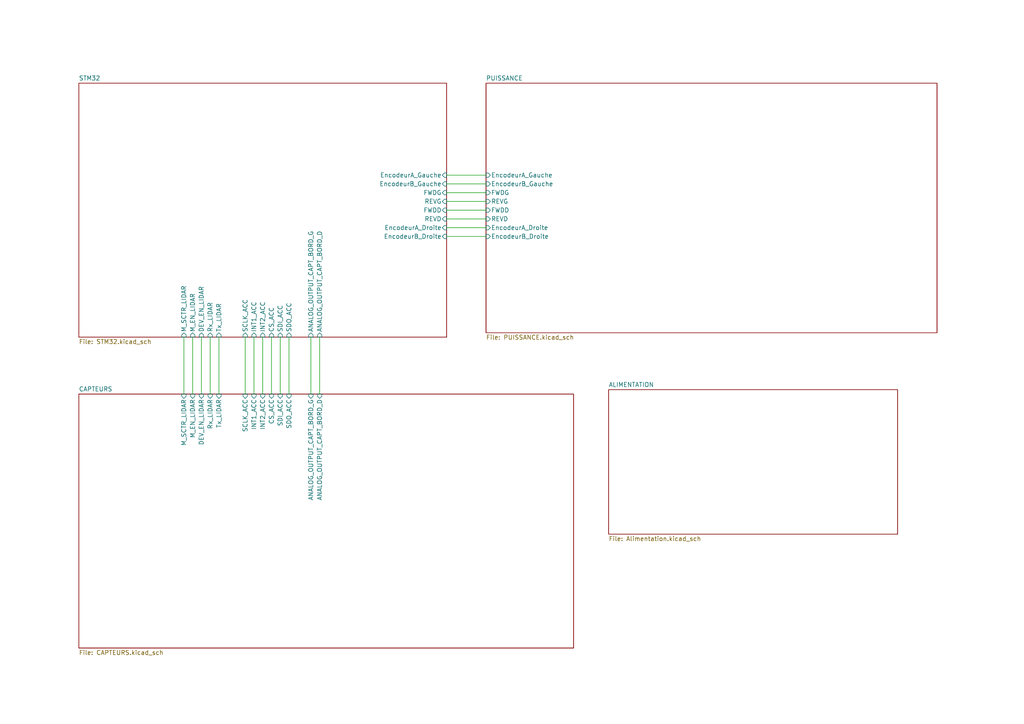
<source format=kicad_sch>
(kicad_sch
	(version 20231120)
	(generator "eeschema")
	(generator_version "8.0")
	(uuid "04e1eb47-a2c4-462b-bef7-377d9515a2c0")
	(paper "A4")
	(lib_symbols)
	(wire
		(pts
			(xy 129.54 63.5) (xy 140.97 63.5)
		)
		(stroke
			(width 0)
			(type default)
		)
		(uuid "0679b7e8-fdd0-4ceb-91f6-4a00efc3acd1")
	)
	(wire
		(pts
			(xy 83.82 97.79) (xy 83.82 114.3)
		)
		(stroke
			(width 0)
			(type default)
		)
		(uuid "31f8878f-47b8-47cf-b929-536991ea1a71")
	)
	(wire
		(pts
			(xy 60.96 97.79) (xy 60.96 114.3)
		)
		(stroke
			(width 0)
			(type default)
		)
		(uuid "40578bf0-f0af-49b4-9d45-5a6bfe7719aa")
	)
	(wire
		(pts
			(xy 129.54 66.04) (xy 140.97 66.04)
		)
		(stroke
			(width 0)
			(type default)
		)
		(uuid "49d7c05c-c6b3-4b50-abcb-c77de9342a49")
	)
	(wire
		(pts
			(xy 58.42 97.79) (xy 58.42 114.3)
		)
		(stroke
			(width 0)
			(type default)
		)
		(uuid "6a2e1c2d-7087-4e1f-a7dc-c339f37b78d1")
	)
	(wire
		(pts
			(xy 53.34 97.79) (xy 53.34 114.3)
		)
		(stroke
			(width 0)
			(type default)
		)
		(uuid "781df9b6-bcee-4c51-b707-61bfa09475a8")
	)
	(wire
		(pts
			(xy 129.54 53.34) (xy 140.97 53.34)
		)
		(stroke
			(width 0)
			(type default)
		)
		(uuid "798c9d26-0887-43d6-b123-ec2f4f815c22")
	)
	(wire
		(pts
			(xy 55.88 97.79) (xy 55.88 114.3)
		)
		(stroke
			(width 0)
			(type default)
		)
		(uuid "82d81208-a9ea-4fd9-b12a-e800e1b1f286")
	)
	(wire
		(pts
			(xy 129.54 68.58) (xy 140.97 68.58)
		)
		(stroke
			(width 0)
			(type default)
		)
		(uuid "8ac05b31-6c1a-4ed2-a1d6-770a6dd12033")
	)
	(wire
		(pts
			(xy 129.54 55.88) (xy 140.97 55.88)
		)
		(stroke
			(width 0)
			(type default)
		)
		(uuid "8b136cb9-823e-499d-b64d-29996363ba06")
	)
	(wire
		(pts
			(xy 92.71 97.79) (xy 92.71 114.3)
		)
		(stroke
			(width 0)
			(type default)
		)
		(uuid "9896b625-1895-4eb5-abd6-9e53159f59fa")
	)
	(wire
		(pts
			(xy 71.12 97.79) (xy 71.12 114.3)
		)
		(stroke
			(width 0)
			(type default)
		)
		(uuid "a773b96d-91ee-4182-bc65-e991f4a8644d")
	)
	(wire
		(pts
			(xy 81.28 97.79) (xy 81.28 114.3)
		)
		(stroke
			(width 0)
			(type default)
		)
		(uuid "b5fdf4c2-5c8c-4221-b27f-6004f360ef48")
	)
	(wire
		(pts
			(xy 76.2 97.79) (xy 76.2 114.3)
		)
		(stroke
			(width 0)
			(type default)
		)
		(uuid "baecbe5d-95ee-450e-8f2d-696ffb34bbb4")
	)
	(wire
		(pts
			(xy 129.54 58.42) (xy 140.97 58.42)
		)
		(stroke
			(width 0)
			(type default)
		)
		(uuid "d1bc07d3-cb12-4017-8179-1a771ff42763")
	)
	(wire
		(pts
			(xy 129.54 50.8) (xy 140.97 50.8)
		)
		(stroke
			(width 0)
			(type default)
		)
		(uuid "dedf4811-c999-41ab-ac32-9eaf9cd5fe5f")
	)
	(wire
		(pts
			(xy 73.66 97.79) (xy 73.66 114.3)
		)
		(stroke
			(width 0)
			(type default)
		)
		(uuid "df332882-0581-4c6a-81bf-c5025f095bb3")
	)
	(wire
		(pts
			(xy 63.5 97.79) (xy 63.5 114.3)
		)
		(stroke
			(width 0)
			(type default)
		)
		(uuid "df42e059-1746-4653-b099-2f4b341b1e0c")
	)
	(wire
		(pts
			(xy 90.17 97.79) (xy 90.17 114.3)
		)
		(stroke
			(width 0)
			(type default)
		)
		(uuid "e8f300d5-1166-4eb7-83d4-d3a8a19b55d5")
	)
	(wire
		(pts
			(xy 129.54 60.96) (xy 140.97 60.96)
		)
		(stroke
			(width 0)
			(type default)
		)
		(uuid "eff669c6-fd86-4f26-9154-b61b83ba2bc0")
	)
	(wire
		(pts
			(xy 78.74 97.79) (xy 78.74 114.3)
		)
		(stroke
			(width 0)
			(type default)
		)
		(uuid "fc818a75-8313-48a0-81e0-e0482bcbce56")
	)
	(sheet
		(at 22.86 114.3)
		(size 143.51 73.66)
		(fields_autoplaced yes)
		(stroke
			(width 0.1524)
			(type solid)
		)
		(fill
			(color 0 0 0 0.0000)
		)
		(uuid "15f7fbe2-20f5-4588-8b16-1e568ab2921c")
		(property "Sheetname" "CAPTEURS"
			(at 22.86 113.5884 0)
			(effects
				(font
					(size 1.27 1.27)
				)
				(justify left bottom)
			)
		)
		(property "Sheetfile" "CAPTEURS.kicad_sch"
			(at 22.86 188.5446 0)
			(effects
				(font
					(size 1.27 1.27)
				)
				(justify left top)
			)
		)
		(pin "SDO_ACC" input
			(at 83.82 114.3 90)
			(effects
				(font
					(size 1.27 1.27)
				)
				(justify right)
			)
			(uuid "9f983ec2-2cc0-49ac-a17c-93073093ece0")
		)
		(pin "SCLK_ACC" input
			(at 71.12 114.3 90)
			(effects
				(font
					(size 1.27 1.27)
				)
				(justify right)
			)
			(uuid "65056640-74f9-47ea-a2bd-3e883c655310")
		)
		(pin "SDI_ACC" input
			(at 81.28 114.3 90)
			(effects
				(font
					(size 1.27 1.27)
				)
				(justify right)
			)
			(uuid "2c4d62ab-ab08-409f-82a1-bf8b62c9d022")
		)
		(pin "CS_ACC" input
			(at 78.74 114.3 90)
			(effects
				(font
					(size 1.27 1.27)
				)
				(justify right)
			)
			(uuid "7a24168e-94df-4468-b57a-916e09521393")
		)
		(pin "INT2_ACC" input
			(at 76.2 114.3 90)
			(effects
				(font
					(size 1.27 1.27)
				)
				(justify right)
			)
			(uuid "9c44bc6c-0d67-4c1f-9144-ec7f07fa02d3")
		)
		(pin "INT1_ACC" input
			(at 73.66 114.3 90)
			(effects
				(font
					(size 1.27 1.27)
				)
				(justify right)
			)
			(uuid "65e007bc-7f83-4dcc-b85b-5134bba0e4d4")
		)
		(pin "ANALOG_OUTPUT_CAPT_BORD_D" input
			(at 92.71 114.3 90)
			(effects
				(font
					(size 1.27 1.27)
				)
				(justify right)
			)
			(uuid "7ec686d7-388c-4355-b066-77a11c453e36")
		)
		(pin "M_SCTR_LIDAR" input
			(at 53.34 114.3 90)
			(effects
				(font
					(size 1.27 1.27)
				)
				(justify right)
			)
			(uuid "60bf6c6c-6273-4ec0-9bda-e64091920447")
		)
		(pin "M_EN_LIDAR" input
			(at 55.88 114.3 90)
			(effects
				(font
					(size 1.27 1.27)
				)
				(justify right)
			)
			(uuid "015396e8-c9f4-450f-9626-6a02d3400561")
		)
		(pin "DEV_EN_LIDAR" input
			(at 58.42 114.3 90)
			(effects
				(font
					(size 1.27 1.27)
				)
				(justify right)
			)
			(uuid "80f2d0fb-5019-4d52-b2b9-9cbd544ef340")
		)
		(pin "Rx_LIDAR" input
			(at 60.96 114.3 90)
			(effects
				(font
					(size 1.27 1.27)
				)
				(justify right)
			)
			(uuid "8fef8630-0fca-408d-9418-a397bd827c82")
		)
		(pin "Tx_LIDAR" input
			(at 63.5 114.3 90)
			(effects
				(font
					(size 1.27 1.27)
				)
				(justify right)
			)
			(uuid "dbc203b3-ea29-4395-bf41-9921ca6fcd7d")
		)
		(pin "ANALOG_OUTPUT_CAPT_BORD_G" input
			(at 90.17 114.3 90)
			(effects
				(font
					(size 1.27 1.27)
				)
				(justify right)
			)
			(uuid "4570e205-ccc7-4b2b-947a-2c5e94fb9b49")
		)
		(instances
			(project "Projet_torero"
				(path "/04e1eb47-a2c4-462b-bef7-377d9515a2c0"
					(page "4")
				)
			)
		)
	)
	(sheet
		(at 22.86 24.13)
		(size 106.68 73.66)
		(fields_autoplaced yes)
		(stroke
			(width 0.1524)
			(type solid)
		)
		(fill
			(color 0 0 0 0.0000)
		)
		(uuid "6473f9d2-6a99-4702-8d30-7daa8ce98486")
		(property "Sheetname" "STM32"
			(at 22.86 23.4184 0)
			(effects
				(font
					(size 1.27 1.27)
				)
				(justify left bottom)
			)
		)
		(property "Sheetfile" "STM32.kicad_sch"
			(at 22.86 98.3746 0)
			(effects
				(font
					(size 1.27 1.27)
				)
				(justify left top)
			)
		)
		(pin "FWDG" input
			(at 129.54 55.88 0)
			(effects
				(font
					(size 1.27 1.27)
				)
				(justify right)
			)
			(uuid "2f288e84-d686-4876-9902-8dd1f8ed10cb")
		)
		(pin "REVG" input
			(at 129.54 58.42 0)
			(effects
				(font
					(size 1.27 1.27)
				)
				(justify right)
			)
			(uuid "12101889-0551-4ba4-8725-22ffd95c2654")
		)
		(pin "FWDD" input
			(at 129.54 60.96 0)
			(effects
				(font
					(size 1.27 1.27)
				)
				(justify right)
			)
			(uuid "ee31e605-6d8b-49af-87b8-81e36359be07")
		)
		(pin "REVD" input
			(at 129.54 63.5 0)
			(effects
				(font
					(size 1.27 1.27)
				)
				(justify right)
			)
			(uuid "0f6b37c2-5790-4f49-8b22-8dcc2e0cb6a0")
		)
		(pin "EncodeurB_Gauche" input
			(at 129.54 53.34 0)
			(effects
				(font
					(size 1.27 1.27)
				)
				(justify right)
			)
			(uuid "003f13d4-4850-4c41-a7f1-999600474029")
		)
		(pin "EncodeurA_Gauche" input
			(at 129.54 50.8 0)
			(effects
				(font
					(size 1.27 1.27)
				)
				(justify right)
			)
			(uuid "09121e58-f0bd-4cad-9893-c32541fdf7f9")
		)
		(pin "EncodeurB_Droite" input
			(at 129.54 68.58 0)
			(effects
				(font
					(size 1.27 1.27)
				)
				(justify right)
			)
			(uuid "25738d7f-dec0-473a-a6a2-3316361814d5")
		)
		(pin "EncodeurA_Droite" input
			(at 129.54 66.04 0)
			(effects
				(font
					(size 1.27 1.27)
				)
				(justify right)
			)
			(uuid "7992cf60-5a7b-4209-96f5-cc75b44098db")
		)
		(pin "SCLK_ACC" input
			(at 71.12 97.79 270)
			(effects
				(font
					(size 1.27 1.27)
				)
				(justify left)
			)
			(uuid "c9fb5e22-6d7c-47fb-a492-aafff468f5a4")
		)
		(pin "INT1_ACC" input
			(at 73.66 97.79 270)
			(effects
				(font
					(size 1.27 1.27)
				)
				(justify left)
			)
			(uuid "6aabe47b-b557-445c-a156-eb56fd706732")
		)
		(pin "CS_ACC" input
			(at 78.74 97.79 270)
			(effects
				(font
					(size 1.27 1.27)
				)
				(justify left)
			)
			(uuid "6e7981a9-f90a-4963-a619-dcf28a366dab")
		)
		(pin "Rx_LIDAR" input
			(at 60.96 97.79 270)
			(effects
				(font
					(size 1.27 1.27)
				)
				(justify left)
			)
			(uuid "11489f1a-1dc3-46d1-b5dd-caa906837655")
		)
		(pin "Tx_LIDAR" input
			(at 63.5 97.79 270)
			(effects
				(font
					(size 1.27 1.27)
				)
				(justify left)
			)
			(uuid "a9556849-3868-42af-81ed-2e23da10dae8")
		)
		(pin "SDI_ACC" input
			(at 81.28 97.79 270)
			(effects
				(font
					(size 1.27 1.27)
				)
				(justify left)
			)
			(uuid "2e857238-fa76-44d9-beb6-e214c1e3875d")
		)
		(pin "SDO_ACC" input
			(at 83.82 97.79 270)
			(effects
				(font
					(size 1.27 1.27)
				)
				(justify left)
			)
			(uuid "6502ff1b-2017-41ee-8d9e-6e3318bb26a4")
		)
		(pin "ANALOG_OUTPUT_CAPT_BORD_D" input
			(at 92.71 97.79 270)
			(effects
				(font
					(size 1.27 1.27)
				)
				(justify left)
			)
			(uuid "73afe9de-f7a0-48ad-b75a-0a443a19fc3d")
		)
		(pin "ANALOG_OUTPUT_CAPT_BORD_G" input
			(at 90.17 97.79 270)
			(effects
				(font
					(size 1.27 1.27)
				)
				(justify left)
			)
			(uuid "d6e425c9-cd49-4049-943f-6635b8d0feb9")
		)
		(pin "INT2_ACC" input
			(at 76.2 97.79 270)
			(effects
				(font
					(size 1.27 1.27)
				)
				(justify left)
			)
			(uuid "554d47e6-2713-4ee1-98b0-72aef32f15c2")
		)
		(pin "DEV_EN_LIDAR" input
			(at 58.42 97.79 270)
			(effects
				(font
					(size 1.27 1.27)
				)
				(justify left)
			)
			(uuid "5d7acc4d-22d3-4462-8ae6-0043bfebc236")
		)
		(pin "M_SCTR_LIDAR" input
			(at 53.34 97.79 270)
			(effects
				(font
					(size 1.27 1.27)
				)
				(justify left)
			)
			(uuid "8f963979-8f4e-4162-8d28-bd9dd4489a91")
		)
		(pin "M_EN_LIDAR" input
			(at 55.88 97.79 270)
			(effects
				(font
					(size 1.27 1.27)
				)
				(justify left)
			)
			(uuid "f8cd91d9-c57c-455e-b9c6-6a9982bc91f4")
		)
		(instances
			(project "Projet_torero"
				(path "/04e1eb47-a2c4-462b-bef7-377d9515a2c0"
					(page "2")
				)
			)
		)
	)
	(sheet
		(at 176.53 113.03)
		(size 83.82 41.91)
		(fields_autoplaced yes)
		(stroke
			(width 0.1524)
			(type solid)
		)
		(fill
			(color 0 0 0 0.0000)
		)
		(uuid "b3b2826c-2e3c-42fe-bcd6-22fcd6249c25")
		(property "Sheetname" "ALIMENTATION"
			(at 176.53 112.3184 0)
			(effects
				(font
					(size 1.27 1.27)
				)
				(justify left bottom)
			)
		)
		(property "Sheetfile" "Alimentation.kicad_sch"
			(at 176.53 155.5246 0)
			(effects
				(font
					(size 1.27 1.27)
				)
				(justify left top)
			)
		)
		(instances
			(project "Projet_torero"
				(path "/04e1eb47-a2c4-462b-bef7-377d9515a2c0"
					(page "5")
				)
			)
		)
	)
	(sheet
		(at 140.97 24.13)
		(size 130.81 72.39)
		(fields_autoplaced yes)
		(stroke
			(width 0.1524)
			(type solid)
		)
		(fill
			(color 0 0 0 0.0000)
		)
		(uuid "dd27f41c-7d47-40cd-8124-f9caabbde9e3")
		(property "Sheetname" "PUISSANCE"
			(at 140.97 23.4184 0)
			(effects
				(font
					(size 1.27 1.27)
				)
				(justify left bottom)
			)
		)
		(property "Sheetfile" "PUISSANCE.kicad_sch"
			(at 140.97 97.1046 0)
			(effects
				(font
					(size 1.27 1.27)
				)
				(justify left top)
			)
		)
		(pin "REVD" input
			(at 140.97 63.5 180)
			(effects
				(font
					(size 1.27 1.27)
				)
				(justify left)
			)
			(uuid "c17933e3-f74a-4348-a4e4-e8407baf73f7")
		)
		(pin "FWDD" input
			(at 140.97 60.96 180)
			(effects
				(font
					(size 1.27 1.27)
				)
				(justify left)
			)
			(uuid "cd589104-c1ff-4bd6-9cd4-f20a7b179054")
		)
		(pin "REVG" input
			(at 140.97 58.42 180)
			(effects
				(font
					(size 1.27 1.27)
				)
				(justify left)
			)
			(uuid "53f11676-179f-4a41-ae16-16ed3fa0dfd3")
		)
		(pin "FWDG" input
			(at 140.97 55.88 180)
			(effects
				(font
					(size 1.27 1.27)
				)
				(justify left)
			)
			(uuid "1e909533-f6bf-418a-810b-243c0a24d904")
		)
		(pin "EncodeurA_Gauche" input
			(at 140.97 50.8 180)
			(effects
				(font
					(size 1.27 1.27)
				)
				(justify left)
			)
			(uuid "ce6d8c36-ae37-4483-8520-ef4cb9963d21")
		)
		(pin "EncodeurB_Gauche" input
			(at 140.97 53.34 180)
			(effects
				(font
					(size 1.27 1.27)
				)
				(justify left)
			)
			(uuid "818d7b42-6dfb-44f2-aaa7-394590d96747")
		)
		(pin "EncodeurA_Droite" input
			(at 140.97 66.04 180)
			(effects
				(font
					(size 1.27 1.27)
				)
				(justify left)
			)
			(uuid "d2b0f835-091c-4749-b3e5-5c28794d47d5")
		)
		(pin "EncodeurB_Droite" input
			(at 140.97 68.58 180)
			(effects
				(font
					(size 1.27 1.27)
				)
				(justify left)
			)
			(uuid "1b138da6-31dd-4ff9-ac85-4014ea7ad5d9")
		)
		(instances
			(project "Projet_torero"
				(path "/04e1eb47-a2c4-462b-bef7-377d9515a2c0"
					(page "3")
				)
			)
		)
	)
	(sheet_instances
		(path "/"
			(page "1")
		)
	)
)

</source>
